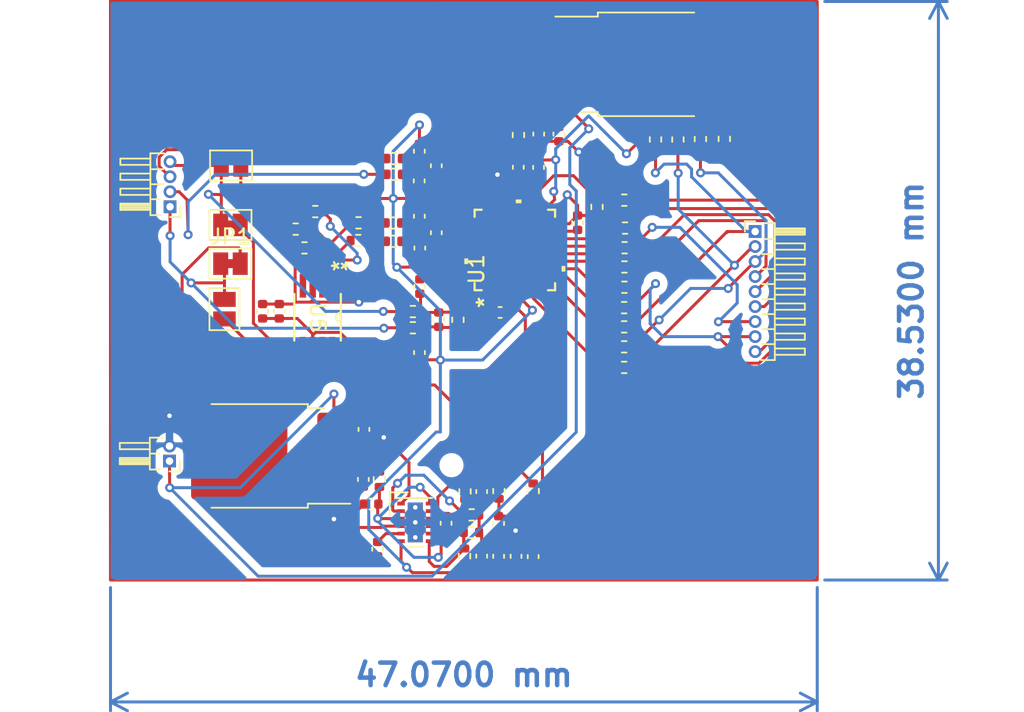
<source format=kicad_pcb>
(kicad_pcb (version 20221018) (generator pcbnew)
  (layers (0 "F.Cu" signal) (31 "B.Cu" signal) (34 "B.Paste" user) (35 "F.Paste" user) (36 "B.SilkS" user "B.Silkscreen") (37 "F.SilkS" user "F.Silkscreen") (38 "B.Mask" user) (39 "F.Mask" user) (44 "Edge.Cuts" user))
  (net 0 "")
  (net 2 "Net-(U5-INA)")
  (net 3 "Net-(U5-INB)")
  (net 4 "Net-(JP2-B)")
  (net 5 "Net-(JP3-A)")
  (net 6 "Net-(JP1-B)")
  (net 8 "/ADC_nPWDN")
  (net 9 "Net-(J2-Pin_2)")
  (net 10 "/ADC_SCLK")
  (net 11 "Net-(J2-Pin_4)")
  (net 12 "/EXT_CLK")
  (net 13 "Net-(J2-Pin_9)")
  (net 14 "/ADC_nDRDY")
  (net 15 "Net-(J2-Pin_7)")
  (net 16 "/ADC_nCS")
  (net 17 "Net-(J2-Pin_8)")
  (net 18 "/-2.5V")
  (net 19 "Net-(R23-Pad1)")
  (net 20 "Net-(R22-Pad1)")
  (net 21 "Net-(U1-REFN0)")
  (net 22 "Net-(U1-REFP0)")
  (net 23 "/2.5V")
  (net 24 "/Avdd")
  (net 25 "GND")
  (net 26 "Net-(J2-Pin_3)")
  (net 27 "Net-(J2-Pin_1)")
  (net 28 "/ACX2")
  (net 29 "/ACX1")
  (net 30 "/In-")
  (net 31 "Net-(U1-AIN5)")
  (net 32 "/In+")
  (net 33 "Net-(U1-AIN4)")
  (net 34 "Net-(J1-Pin_1)")
  (net 35 "Net-(J1-Pin_4)")
  (net 36 "Net-(U2-FB-)")
  (net 37 "Net-(U2-FB+)")
  (net 38 "/ADC_START")
  (net 39 "/ADC_MISO")
  (net 40 "Net-(J2-Pin_6)")
  (net 41 "/ADC_MOSI")
  (net 42 "Net-(J2-Pin_5)")
  (net 43 "/3V3")
  (net 44 "Net-(U2-EN+)")
  (net 45 "/ADC_nRESET")
  (net 46 "Net-(U4-VO)")
  (net 47 "/5V")
  (net 48 "Net-(U2-CP)")
  (net 49 "Net-(U2-C-)")
  (net 50 "Net-(U2-C+)")
  (net 51 "Net-(U1-BYPASS)")
  (net 52 "Net-(U1-CAPN)")
  (net 53 "Net-(U1-CAPP)")
  (net 62 "/nACX2")
  (net 63 "/nACX1")
  (footprint "Jumper:SolderJumper-2_P1.3mm_Open_Pad1.0x1.5mm" (layer "F.Cu") (at 22.83 52.06 90)
    (fp_text reference "JP3" hide)
    (fp_text value "Jumper_2_Open")
  )
  (footprint "Capacitor_SMD:C_0402_1005Metric" (layer "F.Cu") (at 32.08 63.4 -90)
    (fp_text reference "C16" hide)
    (fp_text value "100u")
  )
  (footprint "Resistor_SMD:R_0402_1005Metric" (layer "F.Cu") (at 33.15 63.39 -90)
    (fp_text reference "R11" hide)
    (fp_text value "0")
  )
  (footprint "Capacitor_SMD:C_0402_1005Metric" (layer "F.Cu") (at 32.6 65.04 180)
    (fp_text reference "C3" hide)
    (fp_text value "4.7u")
  )
  (footprint "Capacitor_SMD:C_0402_1005Metric" (layer "F.Cu") (at 25.37 52.2 -90)
    (fp_text reference "C31" hide)
    (fp_text value "220p")
  )
  (footprint "Connector_PinHeader_1.00mm:PinHeader_1x02_P1.00mm_Horizontal" (layer "F.Cu") (at 19.17 62.18 180)
    (fp_text reference "J3" hide)
    (fp_text value "Conn_01x02_Pin")
  )
  (footprint "Resistor_SMD:R_0402_1005Metric" (layer "F.Cu") (at 49.48 47.97)
    (fp_text reference "R9" hide)
    (fp_text value "47")
  )
  (footprint "Capacitor_SMD:C_0402_1005Metric" (layer "F.Cu") (at 35.8 43.52 90)
    (fp_text reference "C13" hide)
    (fp_text value "1n")
  )
  (footprint "Capacitor_SMD:C_0402_1005Metric" (layer "F.Cu") (at 35.82 54.95 -90)
    (fp_text reference "C11" hide)
    (fp_text value "1n")
  )
  (footprint "Resistor_SMD:R_0402_1005Metric" (layer "F.Cu") (at 47.64 45.25 -90)
    (fp_text reference "R28" hide)
    (fp_text value "100k")
  )
  (footprint "Capacitor_SMD:C_0402_1005Metric" (layer "F.Cu") (at 43.39 68.54 -90)
    (fp_text reference "C23" hide)
    (fp_text value "0.1u")
  )
  (footprint "Capacitor_SMD:C_0402_1005Metric" (layer "F.Cu") (at 35.81 41.54 90)
    (fp_text reference "C14" hide)
    (fp_text value "1n")
  )
  (footprint "ADS1235-Q1:RHM0032A_VQFNP_TEX" (layer "F.Cu") (at 42.17 48.12 90)
    (fp_text reference "U1")
    (fp_text value "ADS1235QWRHMRQ1")
  )
  (footprint "Package_TO_SOT_SMD:TO-252-3_TabPin2" (layer "F.Cu") (at 25.075 61.835 180)
    (fp_text reference "U3" hide)
    (fp_text value "LM1117DT-3.3")
  )
  (footprint "Resistor_SMD:R_0402_1005Metric" (layer "F.Cu") (at 31.74 47.49 180)
    (fp_text reference "R33" hide)
    (fp_text value "0")
  )
  (footprint "Capacitor_SMD:C_0402_1005Metric" (layer "F.Cu") (at 43.76 40.4 -90)
    (fp_text reference "C18" hide)
    (fp_text value "100u")
  )
  (footprint "Capacitor_SMD:C_0402_1005Metric" (layer "F.Cu") (at 41.19 52.28 180)
    (fp_text reference "C6" hide)
    (fp_text value "4.7n")
  )
  (footprint "Resistor_SMD:R_0402_1005Metric" (layer "F.Cu") (at 43.39 64.18 90)
    (fp_text reference "R21" hide)
    (fp_text value "0")
  )
  (footprint "Resistor_SMD:R_0402_1005Metric" (layer "F.Cu") (at 38.85 64.2 -90)
    (fp_text reference "R12" hide)
    (fp_text value "602k")
  )
  (footprint "Resistor_SMD:R_0402_1005Metric" (layer "F.Cu") (at 49.46 44.8)
    (fp_text reference "R10" hide)
    (fp_text value "47")
  )
  (footprint "Capacitor_SMD:C_0402_1005Metric" (layer "F.Cu") (at 36.94 46.97 90)
    (fp_text reference "C24" hide)
    (fp_text value "10n")
  )
  (footprint "Capacitor_SMD:C_0402_1005Metric" (layer "F.Cu") (at 35.84 47.99 90)
    (fp_text reference "C25" hide)
    (fp_text value "1n")
  )
  (footprint "Resistor_SMD:R_0402_1005Metric" (layer "F.Cu") (at 34.14 43.08)
    (fp_text reference "R18" hide)
    (fp_text value "100")
  )
  (footprint "Resistor_SMD:R_0402_1005Metric" (layer "F.Cu") (at 28.16 47.98 180)
    (fp_text reference "R20" hide)
    (fp_text value "0")
  )
  (footprint "Capacitor_SMD:C_0402_1005Metric" (layer "F.Cu") (at 35.81 45.87 90)
    (fp_text reference "C26" hide)
    (fp_text value "1n")
  )
  (footprint "Resistor_SMD:R_0402_1005Metric" (layer "F.Cu") (at 27.57 46.73)
    (fp_text reference "R36" hide)
    (fp_text value "100k")
  )
  (footprint "Jumper:SolderJumper-2_P1.3mm_Bridged_Pad1.0x1.5mm" (layer "F.Cu") (at 23.23 49.03)
    (fp_text reference "JP1")
    (fp_text value "Jumper_2_Bridged")
  )
  (footprint "Resistor_SMD:R_0402_1005Metric" (layer "F.Cu") (at 56.12 40.72 -90)
    (fp_text reference "R27" hide)
    (fp_text value "100k")
  )
  (footprint "Resistor_SMD:R_0402_1005Metric" (layer "F.Cu") (at 51.54 40.76 -90)
    (fp_text reference "R24" hide)
    (fp_text value "100k")
  )
  (footprint "Capacitor_SMD:C_0402_1005Metric" (layer "F.Cu") (at 35.84 50.55 -90)
    (fp_text reference "C10" hide)
    (fp_text value "1n")
  )
  (footprint "Resistor_SMD:R_0402_1005Metric" (layer "F.Cu") (at 31.76 46.31 180)
    (fp_text reference "R34" hide)
    (fp_text value "0")
  )
  (footprint "Resistor_SMD:R_0402_1005Metric" (layer "F.Cu") (at 41.11 64.18 -90)
    (fp_text reference "R29" hide)
    (fp_text value "0.1")
  )
  (footprint "Capacitor_SMD:C_0402_1005Metric" (layer "F.Cu") (at 37.1 52.76 -90)
    (fp_text reference "C7" hide)
    (fp_text value "10n")
  )
  (footprint "Resistor_SMD:R_0402_1005Metric" (layer "F.Cu") (at 49.45 55.94)
    (fp_text reference "R3" hide)
    (fp_text value "47")
  )
  (footprint "Capacitor_SMD:C_0402_1005Metric" (layer "F.Cu") (at 33.03 68.04 -90)
    (fp_text reference "C9" hide)
    (fp_text value "4.7u")
  )
  (footprint "Resistor_SMD:R_0402_1005Metric" (layer "F.Cu") (at 39.29 65.76)
    (fp_text reference "R13" hide)
    (fp_text value "549k")
  )
  (footprint "Capacitor_SMD:C_0402_1005Metric" (layer "F.Cu") (at 42.25 68.52 -90)
    (fp_text reference "C22" hide)
    (fp_text value "1u")
  )
  (footprint "Resistor_SMD:R_0402_1005Metric" (layer "F.Cu") (at 49.45 51.96)
    (fp_text reference "R8" hide)
    (fp_text value "47")
  )
  (footprint "Resistor_SMD:R_0402_1005Metric" (layer "F.Cu") (at 54.53 40.73 -90)
    (fp_text reference "R26" hide)
    (fp_text value "100k")
  )
  (footprint "Capacitor_SMD:C_0402_1005Metric" (layer "F.Cu") (at 45.1 40.4 -90)
    (fp_text reference "C17" hide)
    (fp_text value "10u")
  )
  (footprint "Capacitor_SMD:C_0402_1005Metric" (layer "F.Cu") (at 26.48 52.2 -90)
    (fp_text reference "C30" hide)
    (fp_text value "2.2u")
  )
  (footprint "Capacitor_SMD:C_0402_1005Metric" (layer "F.Cu") (at 46.35 46.3 90)
    (fp_text reference "C2" hide)
    (fp_text value "1u")
  )
  (footprint "Package_TO_SOT_SMD:TO-252-3_TabPin2" (layer "F.Cu") (at 51.005 35.755)
    (fp_text reference "U4" hide)
    (fp_text value "LM1117DT-3.3")
  )
  (footprint "Resistor_SMD:R_0402_1005Metric" (layer "F.Cu") (at 38.38 52.77 -90)
    (fp_text reference "R30" hide)
    (fp_text value "100k")
  )
  (footprint "Resistor_SMD:R_0402_1005Metric" (layer "F.Cu") (at 34.1 47.54)
    (fp_text reference "R22" hide)
    (fp_text value "100")
  )
  (footprint "Resistor_SMD:R_0402_1005Metric" (layer "F.Cu") (at 49.47 50.6)
    (fp_text reference "R4" hide)
    (fp_text value "47")
  )
  (footprint "Capacitor_SMD:C_0402_1005Metric" (layer "F.Cu") (at 41.09 68.52 -90)
    (fp_text reference "C21" hide)
    (fp_text value "0.1u")
  )
  (footprint "Resistor_SMD:R_0402_1005Metric" (layer "F.Cu") (at 49.47 49.25)
    (fp_text reference "R5" hide)
    (fp_text value "47")
  )
  (footprint "UCC27524DR:DGN8" (layer "F.Cu") (at 29.03 52.6 -90)
    (fp_text reference "U5")
    (fp_text value "UCC27524DGN")
  )
  (footprint "Connector_PinHeader_1.00mm:PinHeader_1x04_P1.00mm_Horizontal" (layer "F.Cu") (at 19.205 45.24 180)
    (fp_text reference "J1" hide)
    (fp_text value "Conn_01x04_Pin")
  )
  (footprint "Resistor_SMD:R_0402_1005Metric" (layer "F.Cu") (at 42.41 40.46 90)
    (fp_text reference "R1" hide)
    (fp_text value "0.1")
  )
  (footprint "Jumper:SolderJumper-2_P1.3mm_Bridged_Pad1.0x1.5mm" (layer "F.Cu") (at 23.23 46.45)
    (fp_text reference "JP2" hide)
    (fp_text value "Jumper_2_Bridged")
  )
  (footprint "Connector_PinHeader_1.00mm:PinHeader_1x09_P1.00mm_Horizontal" (layer "F.Cu") (at 58.175 46.89)
    (fp_text reference "J2" hide)
    (fp_text value "Conn_01x09_Pin")
  )
  (footprint "Resistor_SMD:R_0402_1005Metric" (layer "F.Cu") (at 49.45 53.24)
    (fp_text reference "R7" hide)
    (fp_text value "47")
  )
  (footprint "Capacitor_SMD:C_0402_1005Metric" (layer "F.Cu") (at 41.09 66.33 -90)
    (fp_text reference "C20" hide)
    (fp_text value "0.1u")
  )
  (footprint "Resistor_SMD:R_0402_1005Metric" (layer "F.Cu") (at 39.28 66.93)
    (fp_text reference "R15" hide)
    (fp_text value "511k")
  )
  (footprint "Resistor_SMD:R_0402_1005Metric" (layer "F.Cu") (at 34.08 46.32)
    (fp_text reference "R23" hide)
    (fp_text value "100")
  )
  (footprint "Resistor_SMD:R_0402_1005Metric" (layer "F.Cu") (at 34.13 42.03)
    (fp_text reference "R19" hide)
    (fp_text value "100")
  )
  (footprint "Resistor_SMD:R_0402_1005Metric" (layer "F.Cu") (at 53.03 40.76 -90)
    (fp_text reference "R25" hide)
    (fp_text value "100k")
  )
  (footprint "Resistor_SMD:R_0402_1005Metric" (layer "F.Cu") (at 35.38 53.3)
    (fp_text reference "R17" hide)
    (fp_text value "100")
  )
  (footprint "Capacitor_SMD:C_0402_1005Metric" (layer "F.Cu") (at 43.75 42.62 -90)
    (fp_text reference "C19" hide)
    (fp_text value "0.1u")
  )
  (footprint "Resistor_SMD:R_0402_1005Metric" (layer "F.Cu") (at 38.82 68.51 -90)
    (fp_text reference "R14" hide)
    (fp_text value "536k")
  )
  (footprint "Capacitor_SMD:C_0402_1005Metric" (layer "F.Cu") (at 39.96 68.51 -90)
    (fp_text reference "C8" hide)
    (fp_text value "2.2u")
  )
  (footprint "Resistor_SMD:R_0402_1005Metric" (layer "F.Cu") (at 28.88 45.56)
    (fp_text reference "R35" hide)
    (fp_text value "100k")
  )
  (footprint "Jumper:SolderJumper-2_P1.3mm_Open_Pad1.0x1.5mm" (layer "F.Cu") (at 23.27 42.49 180)
    (fp_text reference "JP4" hide)
    (fp_text value "Jumper_2_Open")
  )
  (footprint "Resistor_SMD:R_0402_1005Metric" (layer "F.Cu") (at 35.38 52.22)
    (fp_text reference "R16" hide)
    (fp_text value "100")
  )
  (footprint "Capacitor_SMD:C_0402_1005Metric" (layer "F.Cu") (at 39.96 64.21 -90)
    (fp_text reference "C4" hide)
    (fp_text value "2.2u")
  )
  (footprint "Resistor_SMD:R_0402_1005Metric" (layer "F.Cu") (at 49.51 46.66)
    (fp_text reference "R6" hide)
    (fp_text value "47")
  )
  (footprint "Capacitor_SMD:C_0402_1005Metric" (layer "F.Cu") (at 42.4 42.61 -90)
    (fp_text reference "C5" hide)
    (fp_text value "1u")
  )
  (footprint "Resistor_SMD:R_0402_1005Metric" (layer "F.Cu") (at 49.45 54.57)
    (fp_text reference "R2" hide)
    (fp_text value "47")
  )
  (footprint "Package_SON:WSON-12-1EP_3x2mm_P0.5mm_EP1x2.65_ThermalVias" (layer "F.Cu") (at 35.54 66.26)
    (fp_text reference "U2" hide)
    (fp_text value "LM27762")
  )
  (footprint "Capacitor_SMD:C_0402_1005Metric" (layer "F.Cu") (at 36.94 42.51 90)
    (fp_text reference "C12" hide)
    (fp_text value "10n")
  )
  (footprint "Capacitor_SMD:C_0402_1005Metric" (layer "F.Cu") (at 37.59 66.32 90)
    (fp_text reference "C1" hide)
    (fp_text value "1u")
  )
  (footprint "Capacitor_SMD:C_0402_1005Metric" (layer "F.Cu") (at 32.12 60.07 -90)
    (fp_text reference "C15" hide)
    (fp_text value "10u")
  )
  (gr_rect (start 15.24 31.57) (end 62.31 70.1) (stroke (width 0.2)) (fill none) (layer "F.Cu"))
  (dimension (type aligned) (layer "B.Cu") (pts (xy 62.31 70.1) (xy 62.31 31.57)) (height 8.07) (gr_text "38.5300 mm" (at 68.58 50.835 90) (layer "B.Cu") (effects (font (size 1.5 1.5) (thickness 0.3)))) (format (prefix "") (suffix "") (units 3) (units_format 1) (precision 4)) (style (thickness 0.2) (arrow_length 1.27) (text_position_mode 0) (extension_height 0.58642) (extension_offset 0.5) keep_text_aligned))
  (dimension (type aligned) (layer "B.Cu") (pts (xy 62.31 70.1) (xy 15.24 70.1)) (height -8.12) (gr_text "47.0700 mm" (at 38.775 76.42) (layer "B.Cu") (effects (font (size 1.5 1.5) (thickness 0.3)))) (format (prefix "") (suffix "") (units 3) (units_format 1) (precision 4)) (style (thickness 0.2) (arrow_length 1.27) (text_position_mode 0) (extension_height 0.58642) (extension_offset 0.5) keep_text_aligned))
  (segment (start 29.39 45.56) (end 29.88 46.05) (width 0.2) (layer "F.Cu") (net 2))
  (segment (start 30.265 48.455) (end 29.355001 49.364999) (width 0.2) (layer "F.Cu") (net 2))
  (segment (start 29.355001 49.364999) (end 29.355001 50.5045) (width 0.2) (layer "F.Cu") (net 2))
  (segment (start 31.67 48.79) (end 31.61 48.79) (width 0.2) (layer "F.Cu") (net 2))
  (segment (start 30.6 48.79) (end 31.67 48.79) (width 0.2) (layer "F.Cu") (net 2))
  (segment (start 31.23 47.49) (end 30.265 48.455) (width 0.2) (layer "F.Cu") (net 2))
  (segment (start 29.88 46.54) (end 29.88 46.37) (width 0.2) (layer "F.Cu") (net 2))
  (segment (start 29.88 46.05) (end 29.88 46.54) (width 0.2) (layer "F.Cu") (net 2))
  (segment (start 30.265 48.455) (end 30.6 48.79) (width 0.2) (layer "F.Cu") (net 2))
  (via (at 31.67 48.79) (size 0.6) (drill 0.3) (layers "F.Cu" "B.Cu") (net 2))
  (via (at 29.88 46.54) (size 0.6) (drill 0.3) (layers "F.Cu" "B.Cu") (net 2))
  (segment (start 31.67 48.79) (end 31.67 48.33) (width 0.2) (layer "B.Cu") (net 2))
  (segment (start 31.67 48.33) (end 29.88 46.54) (width 0.2) (layer "B.Cu") (net 2))
  (segment (start 28.85 46.73) (end 29.852592 47.732592) (width 0.2) (layer "F.Cu") (net 3))
  (segment (start 28.08 46.73) (end 28.85 46.73) (width 0.2) (layer "F.Cu") (net 3))
  (segment (start 31.25 46.31) (end 31.25 46.335183) (width 0.2) (layer "F.Cu") (net 3))
  (segment (start 29.852592 47.732592) (end 28.055001 49.530182) (width 0.2) (layer "F.Cu") (net 3))
  (segment (start 31.25 46.335183) (end 29.852592 47.732592) (width 0.2) (layer "F.Cu") (net 3))
  (segment (start 28.055001 49.530182) (end 28.055001 50.5045) (width 0.2) (layer "F.Cu") (net 3))
  (segment (start 26.453246 54.6955) (end 28.055001 54.6955) (width 0.2) (layer "F.Cu") (net 4))
  (segment (start 24.76 53.002254) (end 26.453246 54.6955) (width 0.2) (layer "F.Cu") (net 4))
  (segment (start 24.76 47.58) (end 24.76 53.002254) (width 0.2) (layer "F.Cu") (net 4))
  (segment (start 23.88 46.45) (end 23.88 46.7) (width 0.2) (layer "F.Cu") (net 4))
  (segment (start 23.88 46.7) (end 24.76 47.58) (width 0.2) (layer "F.Cu") (net 4))
  (segment (start 28.704999 53.7081) (end 28.704999 53.805001) (width 0.2) (layer "F.Cu") (net 5))
  (segment (start 27.676899 52.68) (end 28.704999 53.7081) (width 0.2) (layer "F.Cu") (net 5))
  (segment (start 28.704999 55.6829) (end 28.704999 54.6955) (width 0.2) (layer "F.Cu") (net 5))
  (segment (start 43.39 63.67) (end 36.83 57.11) (width 0.2) (layer "F.Cu") (net 5))
  (segment (start 34.022799 57.11) (end 30.520899 53.6081) (width 0.2) (layer "F.Cu") (net 5))
  (segment (start 25.37 52.68) (end 26.48 52.68) (width 0.2) (layer "F.Cu") (net 5))
  (segment (start 26.48 52.68) (end 27.676899 52.68) (width 0.2) (layer "F.Cu") (net 5))
  (segment (start 25.9029 55.7829) (end 28.604999 55.7829) (width 0.2) (layer "F.Cu") (net 5))
  (segment (start 30.520899 53.6081) (end 28.9019 53.6081) (width 0.2) (layer "F.Cu") (net 5))
  (segment (start 36.83 57.11) (end 34.022799 57.11) (width 0.2) (layer "F.Cu") (net 5))
  (segment (start 28.9019 53.6081) (end 28.704999 53.805001) (width 0.2) (layer "F.Cu") (net 5))
  (segment (start 28.704999 53.805001) (end 28.704999 54.6955) (width 0.2) (layer "F.Cu") (net 5))
  (segment (start 22.83 52.71) (end 25.9029 55.7829) (width 0.2) (layer "F.Cu") (net 5))
  (segment (start 28.604999 55.7829) (end 28.704999 55.6829) (width 0.2) (layer "F.Cu") (net 5))
  (segment (start 28.839101 54.561398) (end 28.704999 54.6955) (width 0.2) (layer "F.Cu") (net 5))
  (segment (start 23.88 48.08) (end 23.88 49.03) (width 0.2) (layer "F.Cu") (net 6))
  (segment (start 29.355001 54.6955) (end 29.3445 54.6955) (width 0.2) (layer "F.Cu") (net 6))
  (segment (start 29.220899 54.819101) (end 29.220899 55.732685) (width 0.2) (layer "F.Cu") (net 6))
  (segment (start 29.220899 55.732685) (end 28.723584 56.23) (width 0.2) (layer "F.Cu") (net 6))
  (segment (start 20.01 51.74) (end 20.01 49.75) (width 0.2) (layer "F.Cu") (net 6))
  (segment (start 24.5 56.23) (end 20.01 51.74) (width 0.2) (layer "F.Cu") (net 6))
  (segment (start 23.78 47.98) (end 23.88 48.08) (width 0.2) (layer "F.Cu") (net 6))
  (segment (start 21.78 47.98) (end 23.78 47.98) (width 0.2) (layer "F.Cu") (net 6))
  (segment (start 28.723584 56.23) (end 24.5 56.23) (width 0.2) (layer "F.Cu") (net 6))
  (segment (start 20.01 49.75) (end 21.78 47.98) (width 0.2) (layer "F.Cu") (net 6))
  (segment (start 29.3445 54.6955) (end 29.220899 54.819101) (width 0.2) (layer "F.Cu") (net 6))
  (segment (start 47.998529 55.94) (end 48.94 55.94) (width 0.2) (layer "F.Cu") (net 8))
  (segment (start 43.42 50.5711) (end 43.42 51.361471) (width 0.2) (layer "F.Cu") (net 8))
  (segment (start 43.42 51.361471) (end 47.998529 55.94) (width 0.2) (layer "F.Cu") (net 8))
  (segment (start 52.99 43) (end 53.01 42.98) (width 0.2) (layer "F.Cu") (net 9))
  (segment (start 53.05 42.94) (end 53.05 43) (width 0.2) (layer "F.Cu") (net 9))
  (segment (start 56.8 49.14) (end 56.8 49.1) (width 0.2) (layer "F.Cu") (net 9))
  (segment (start 56.76 49.14) (end 56.8 49.14) (width 0.2) (layer "F.Cu") (net 9))
  (segment (start 53.05 43) (end 52.99 43) (width 0.2) (layer "F.Cu") (net 9))
  (segment (start 53.03 41.27) (end 53.03 42.96) (width 0.2) (layer "F.Cu") (net 9))
  (segment (start 56.8 49.1) (end 58.01 47.89) (width 0.2) (layer "F.Cu") (net 9))
  (segment (start 53.03 42.96) (end 53.05 42.94) (width 0.2) (layer "F.Cu") (net 9))
  (segment (start 58.01 47.89) (end 58.175 47.89) (width 0.2) (layer "F.Cu") (net 9))
  (segment (start 49.96 55.94) (end 56.76 49.14) (width 0.2) (layer "F.Cu") (net 9))
  (via (at 56.8 49.14) (size 0.6) (drill 0.3) (layers "F.Cu" "B.Cu") (net 9))
  (via (at 53.05 43) (size 0.6) (drill 0.3) (layers "F.Cu" "B.Cu") (net 9))
  (segment (start 53.05 43) (end 53.05 45.39) (width 0.2) (layer "B.Cu") (net 9))
  (segment (start 53.05 45.39) (end 56.8 49.14) (width 0.2) (layer "B.Cu") (net 9))
  (segment (start 44.6211 48.870001) (end 47.230001 48.870001) (width 0.2) (layer "F.Cu") (net 10))
  (segment (start 47.230001 48.870001) (end 48.96 50.6) (width 0.2) (layer "F.Cu") (net 10))
  (segment (start 54.415 46.165) (end 49.98 50.6) (width 0.2) (layer "F.Cu") (net 11))
  (segment (start 58.9 49.190305) (end 58.9 46.165) (width 0.2) (layer "F.Cu") (net 11))
  (segment (start 58.200305 49.89) (end 58.9 49.190305) (width 0.2) (layer "F.Cu") (net 11))
  (segment (start 58.9 46.165) (end 54.415 46.165) (width 0.2) (layer "F.Cu") (net 11))
  (segment (start 58.175 49.89) (end 58.200305 49.89) (width 0.2) (layer "F.Cu") (net 11))
  (segment (start 44.76 43.17) (end 46.07 43.17) (width 0.2) (layer "F.Cu") (net 12))
  (segment (start 43.42 44.51) (end 44.76 43.17) (width 0.2) (layer "F.Cu") (net 12))
  (segment (start 48.89 44.74) (end 48.95 44.8) (width 0.2) (layer "F.Cu") (net 12))
  (segment (start 46.07 43.17) (end 47.64 44.74) (width 0.2) (layer "F.Cu") (net 12))
  (segment (start 43.42 45.6689) (end 43.42 44.51) (width 0.2) (layer "F.Cu") (net 12))
  (segment (start 47.64 44.74) (end 48.89 44.74) (width 0.2) (layer "F.Cu") (net 12))
  (segment (start 49.97 44.8) (end 59.375686 44.8) (width 0.2) (layer "F.Cu") (net 13))
  (segment (start 59.375686 44.8) (end 60.58 46.004314) (width 0.2) (layer "F.Cu") (net 13))
  (segment (start 58.47 54.89) (end 58.175 54.89) (width 0.2) (layer "F.Cu") (net 13))
  (segment (start 60.58 46.004314) (end 60.58 52.78) (width 0.2) (layer "F.Cu") (net 13))
  (segment (start 60.58 52.78) (end 58.47 54.89) (width 0.2) (layer "F.Cu") (net 13))
  (segment (start 44.6211 47.87) (end 48.87 47.87) (width 0.2) (layer "F.Cu") (net 14))
  (segment (start 48.87 47.87) (end 48.97 47.97) (width 0.2) (layer "F.Cu") (net 14))
  (segment (start 55.73 52.9) (end 55.74 52.89) (width 0.2) (layer "F.Cu") (net 15))
  (segment (start 49.99 47.97) (end 51.32 46.64) (width 0.2) (layer "F.Cu") (net 15))
  (segment (start 51.35 46.61) (end 51.32 46.64) (width 0.2) (layer "F.Cu") (net 15))
  (segment (start 51.32 46.61) (end 51.35 46.61) (width 0.2) (layer "F.Cu") (net 15))
  (segment (start 58.175 52.89) (end 55.76 52.89) (width 0.2) (layer "F.Cu") (net 15))
  (segment (start 55.74 52.89) (end 55.75 52.89) (width 0.2) (layer "F.Cu") (net 15))
  (segment (start 55.76 52.89) (end 55.73 52.9) (width 0.2) (layer "F.Cu") (net 15))
  (segment (start 51.32 46.64) (end 51.32 46.61) (width 0.2) (layer "F.Cu") (net 15))
  (via (at 55.73 52.9) (size 0.6) (drill 0.3) (layers "F.Cu" "B.Cu") (net 15))
  (via (at 51.32 46.61) (size 0.6) (drill 0.3) (layers "F.Cu" "B.Cu") (net 15))
  (segment (start 53.158529 46.61) (end 51.32 46.61) (width 0.2) (layer "B.Cu") (net 15))
  (segment (start 55.73 52.9) (end 56.98 51.65) (width 0.2) (layer "B.Cu") (net 15))
  (segment (start 56.98 51.65) (end 56.98 50.431471) (width 0.2) (layer "B.Cu") (net 15))
  (segment (start 56.98 50.431471) (end 53.158529 46.61) (width 0.2) (layer "B.Cu") (net 15))
  (segment (start 46.35 49.37) (end 48.94 51.96) (width 0.2) (layer "F.Cu") (net 16))
  (segment (start 44.6211 49.37) (end 46.35 49.37) (width 0.2) (layer "F.Cu") (net 16))
  (segment (start 56.371372 41.23) (end 60.98 45.838628) (width 0.2) (layer "F.Cu") (net 17))
  (segment (start 51.51 50.41) (end 51.54 50.36) (width 0.2) (layer "F.Cu") (net 17))
  (segment (start 60.98 45.838628) (end 60.98 53.110305) (width 0.2) (layer "F.Cu") (net 17))
  (segment (start 56.12 41.23) (end 56.371372 41.23) (width 0.2) (layer "F.Cu") (net 17))
  (segment (start 60.98 53.110305) (end 58.430305 55.66) (width 0.2) (layer "F.Cu") (net 17))
  (segment (start 51.54 50.36) (end 51.51 50.39) (width 0.2) (layer "F.Cu") (net 17))
  (segment (start 58.430305 55.66) (end 57.47 55.66) (width 0.2) (layer "F.Cu") (net 17))
  (segment (start 49.96 51.96) (end 51.51 50.41) (width 0.2) (layer "F.Cu") (net 17))
  (segment (start 57.47 55.66) (end 55.7 53.89) (width 0.2) (layer "F.Cu") (net 17))
  (segment (start 58.175 53.89) (end 55.7 53.89) (width 0.2) (layer "F.Cu") (net 17))
  (via (at 55.7 53.89) (size 0.6) (drill 0.3) (layers "F.Cu" "B.Cu") (net 17))
  (via (at 51.54 50.36) (size 0.6) (drill 0.3) (layers "F.Cu" "B.Cu") (net 17))
  (segment (start 51.18 50.72) (end 51.54 50.36) (width 0.2) (layer "B.Cu") (net 17))
  (segment (start 51.18 53.028529) (end 51.18 50.72) (width 0.2) (layer "B.Cu") (net 17))
  (segment (start 55.7 53.89) (end 52.041471 53.89) (width 0.2) (layer "B.Cu") (net 17))
  (segment (start 52.041471 53.89) (end 51.18 53.028529) (width 0.2) (layer "B.Cu") (net 17))
  (segment (start 29.24 44.69) (end 34.07 44.69) (width 0.2) (layer "F.Cu") (net 18))
  (segment (start 34.99 69.25) (end 34.96 69.25) (width 0.2) (layer "F.Cu") (net 18))
  (segment (start 35.84 49.25) (end 35.84 50.07) (width 0.2) (layer "F.Cu") (net 18))
  (segment (start 35.82 55.43) (end 37.12 55.43) (width 0.2) (layer "F.Cu") (net 18))
  (segment (start 34.07 44.69) (end 34.06 44.68) (width 0.2) (layer "F.Cu") (net 18))
  (segment (start 39.93 69.02) (end 39.96 68.99) (width 0.2) (layer "F.Cu") (net 18))
  (segment (start 27.06 47.39) (end 27.65 47.98) (width 0.2) (layer "F.Cu") (net 18))
  (segment (start 34.96 69.22) (end 34.59 68.85) (width 0.2) (layer "F.Cu") (net 18))
  (segment (start 35.81 44.01) (end 35.8 44) (width 0.2) (layer "F.Cu") (net 18))
  (segment (start 43.37 69) (end 43.39 69.02) (width 0.2) (layer "F.Cu") (net 18))
  (segment (start 42.42 50.5711) (end 42.493001 50.498099) (width 0.2) (layer "F.Cu") (net 18))
  (segment (start 37.16 55.43) (end 37.14 55.43) (width 0.2) (layer "F.Cu") (net 18))
  (segment (start 35.81 44.68) (end 34.07 44.69) (width 0.2) (layer "F.Cu") (net 18))
  (segment (start 35.81 41.06) (end 35.82 39.79) (width 0.2) (layer "F.Cu") (net 18))
  (segment (start 35.82 39.79) (end 35.81 39.8) (width 0.2) (layer "F.Cu") (net 18))
  (segment (start 28.37 45.56) (end 29.24 44.69) (width 0.2) (layer "F.Cu") (net 18))
  (segment (start 34.59 68.85) (end 34.59 67.51) (width 0.2) (layer "F.Cu") (net 18))
  (segment (start 37.12 55.43) (end 37.21 55.45) (width 0.2) (layer "F.Cu") (net 18))
  (segment (start 42.42 50.5711) (end 42.42 51.204499) (width 0.2) (layer "F.Cu") (net 18))
  (segment (start 35.81 45.39) (end 35.81 44.68) (width 0.2) (layer "F.Cu") (net 18))
  (segment (start 42.42 51.204499) (end 43.335501 52.12) (width 0.2) (layer "F.Cu") (net 18))
  (segment (start 38.82 69.02) (end 38.23 69.61) (width 0.2) (layer "F.Cu") (net 18))
  (segment (start 42.25 69) (end 43.37 69) (width 0.2) (layer "F.Cu") (net 18))
  (segment (start 37.21 55.45) (end 37.16 55.43) (width 0.2) (layer "F.Cu") (net 18))
  (segment (start 41.08 68.99) (end 41.09 69) (width 0.2) (layer "F.Cu") (net 18))
  (segment (start 41.09 69) (end 42.25 69) (width 0.2) (layer "F.Cu") (net 18))
  (segment (start 35.35 69.61) (end 34.99 69.25) (width 0.2) (layer "F.Cu") (net 18))
  (segment (start 28.23 45.56) (end 27.06 46.73) (width 0.2) (layer "F.Cu") (net 18))
  (segment (start 28.37 45.56) (end 28.23 45.56) (width 0.2) (layer "F.Cu") (net 18))
  (segment (start 35.81 44.68) (end 35.81 44.01) (width 0.2) (layer "F.Cu") (net 18))
  (segment (start 27.06 46.73) (end 27.06 47.39) (width 0.2) (layer "F.Cu") (net 18))
  (segment (start 42.493001 50.498099) (end 42.493001 48.443001) (width 0.2) (layer "F.Cu") (net 18))
  (segment (start 34.06 44.68) (end 34.05 44.67) (width 0.2) (layer "F.Cu") (net 18))
  (segment (start 34.96 69.25) (end 34.96 69.22) (width 0.2) (layer "F.Cu") (net 18))
  (segment (start 34.31 49.27) (end 34.29 49.25) (width 0.2) (layer "F.Cu") (net 18))
  (segment (start 43.34 52.13) (end 43.34 52.12) (width 0.2) (layer "F.Cu") (net 18))
  (segment (start 35.84 49.25) (end 34.31 49.27) (width 0.2) (layer "F.Cu") (net 18))
  (segment (start 38.23 69.61) (end 35.35 69.61) (width 0.2) (layer "F.Cu") (net 18))
  (segment (start 35.84 48.47) (end 35.84 49.25) (width 0.2) (layer "F.Cu") (net 18))
  (segment (start 39.96 68.99) (end 41.08 68.99) (width 0.2) (layer "F.Cu") (net 18))
  (segment (start 38.82 69.02) (end 39.93 69.02) (width 0.2) (layer "F.Cu") (net 18))
  (segment (start 43.335501 52.12) (end 43.34 52.13) (width 0.2) (layer "F.Cu") (net 18))
  (segment (start 42.493001 48.443001) (end 42.17 48.12) (width 0.2) (layer "F.Cu") (net 18))
  (via (at 37.21 55.45) (size 0.6) (drill 0.3) (layers "F.Cu" "B.Cu") (net 18))
  (via (at 34.31 49.27) (size 0.6) (drill 0.3) (layers "F.Cu" "B.Cu") (net 18))
  (via (at 34.07 44.69) (size 0.6) (drill 0.3) (layers "F.Cu" "B.Cu") (net 18))
  (via (at 34.96 69.25) (size 0.6) (drill 0.3) (layers "F.Cu" "B.Cu") (net 18))
  (via (at 43.34 52.13) (size 0.6) (drill 0.3) (layers "F.Cu" "B.Cu") (net 18))
  (via (at 35.82 39.79) (size 0.6) (drill 0.3) (layers "F.Cu" "B.Cu") (net 18))
  (segment (start 37.21 55.45) (end 37.21 60.244314) (width 0.2) (layer "B.Cu") (net 18))
  (segment (start 32.44 64.731471) (end 32.44 66.73) (width 0.2) (layer "B.Cu") (net 18))
  (segment (start 36.927157 60.244314) (end 32.44 64.731471) (width 0.2) (layer "B.Cu") (net 18))
  (segment (start 37.21 60.244314) (end 36.927157 60.244314) (width 0.2) (layer "B.Cu") (net 18))
  (segment (start 34.07 49.03) (end 34.31 49.27) (width 0.2) (layer "B.Cu") (net 18))
  (segment (start 37.21 52.17) (end 34.31 49.27) (width 0.2) (layer "B.Cu") (net 18))
  (segment (start 40.02 55.45) (end 37.21 55.45) (width 0.2) (layer "B.Cu") (net 18))
  (segment (start 43.34 52.13) (end 40.02 55.45) (width 0.2) (layer "B.Cu") (net 18))
  (segment (start 34.07 44.69) (end 34.07 41.54) (width 0.2) (layer "B.Cu") (net 18))
  (segment (start 34.07 44.69) (end 34.07 49.03) (width 0.2) (layer "B.Cu") (net 18))
  (segment (start 34.07 41.54) (end 35.82 39.79) (width 0.2) (layer "B.Cu") (net 18))
  (segment (start 32.44 66.73) (end 34.96 69.25) (width 0.2) (layer "B.Cu") (net 18))
  (segment (start 37.21 55.45) (end 37.21 52.17) (width 0.2) (layer "B.Cu") (net 18))
  (segment (start 32.28 46.32) (end 32.27 46.31) (width 0.2) (layer "F.Cu") (net 19))
  (segment (start 33.57 46.32) (end 32.28 46.32) (width 0.2) (layer "F.Cu") (net 19))
  (segment (start 32.3 47.54) (end 32.25 47.49) (width 0.2) (layer "F.Cu") (net 20))
  (segment (start 33.59 47.54) (end 32.3 47.54) (width 0.2) (layer "F.Cu") (net 20))
  (segment (start 35.89 51.08) (end 35.84 51.03) (width 0.2) (layer "F.Cu") (net 21))
  (segment (start 38.38 52.26) (end 38.38 50.075499) (width 0.2) (layer "F.Cu") (net 21))
  (segment (start 35.95 52.28) (end 35.89 52.22) (width 0.2) (layer "F.Cu") (net 21))
  (segment (start 39.085499 49.37) (end 39.7189 49.37) (width 0.2) (layer "F.Cu") (net 21))
  (segment (start 37.12 52.26) (end 37.1 52.28) (width 0.2) (layer "F.Cu") (net 21))
  (segment (start 37.1 52.28) (end 35.95 52.28) (width 0.2) (layer "F.Cu") (net 21))
  (segment (start 35.89 52.22) (end 35.89 51.08) (width 0.2) (layer "F.Cu") (net 21))
  (segment (start 38.38 52.26) (end 37.12 52.26) (width 0.2) (layer "F.Cu") (net 21))
  (segment (start 38.38 50.075499) (end 39.085499 49.37) (width 0.2) (layer "F.Cu") (net 21))
  (segment (start 37.14 53.28) (end 37.1 53.24) (width 0.2) (layer "F.Cu") (net 22))
  (segment (start 39.7189 51.856283) (end 39.7189 49.869999) (width 0.2) (layer "F.Cu") (net 22))
  (segment (start 35.95 53.24) (end 35.89 53.3) (width 0.2) (layer "F.Cu") (net 22))
  (segment (start 37.1 53.24) (end 35.95 53.24) (width 0.2) (layer "F.Cu") (net 22))
  (segment (start 35.89 54.4) (end 35.82 54.47) (width 0.2) (layer "F.Cu") (net 22))
  (segment (start 38.38 53.28) (end 37.14 53.28) (width 0.2) (layer "F.Cu") (net 22))
  (segment (start 35.89 53.3) (end 35.89 54.4) (width 0.2) (layer "F.Cu") (net 22))
  (segment (start 38.38 53.28) (end 38.38 53.195183) (width 0.2) (layer "F.Cu") (net 22))
  (segment (start 38.38 53.195183) (end 39.7189 51.856283) (width 0.2) (layer "F.Cu") (net 22))
  (segment (start 37.04 64.58) (end 37.04 65.435) (width 0.2) (layer "F.Cu") (net 23))
  (segment (start 37.93 63.69) (end 37.04 64.58) (width 0.2) (layer "F.Cu") (net 23))
  (segment (start 38.85 63.69) (end 37.93 63.69) (width 0.2) (layer "F.Cu") (net 23))
  (segment (start 36.965 65.51) (end 36.49 65.51) (width 0.2) (layer "F.Cu") (net 23))
  (segment (start 41.05 63.73) (end 41.11 63.67) (width 0.2) (layer "F.Cu") (net 23))
  (segment (start 39.96 63.73) (end 41.05 63.73) (width 0.2) (layer "F.Cu") (net 23))
  (segment (start 39.92 63.69) (end 39.96 63.73) (width 0.2) (layer "F.Cu") (net 23))
  (segment (start 37.04 65.435) (end 36.965 65.51) (width 0.2) (layer "F.Cu") (net 23))
  (segment (start 38.85 63.69) (end 39.92 63.69) (width 0.2) (layer "F.Cu") (net 23))
  (segment (start 43.39 67.131471) (end 43.39 68.06) (width 0.2) (layer "F.Cu") (net 24))
  (segment (start 42.108529 65.85) (end 43.39 67.131471) (width 0.2) (layer "F.Cu") (net 24))
  (segment (start 43.39 68.06) (end 44.01 67.44) (width 0.2) (layer "F.Cu") (net 24))
  (segment (start 42.87 53.92) (end 42.87 52.547746) (width 0.2) (layer "F.Cu") (net 24))
  (segment (start 44.01 67.44) (end 44.01 55.06) (width 0.2) (layer "F.Cu") (net 24))
  (segment (start 43.39 68.06) (end 42.27 68.06) (width 0.2) (layer "F.Cu") (net 24))
  (segment (start 42.87 52.547746) (end 41.92 51.597746) (width 0.2) (layer "F.Cu") (net 24))
  (segment (start 41.09 65.85) (end 42.108529 65.85) (width 0.2) (layer "F.Cu") (net 24))
  (segment (start 43.39 64.69) (end 43.39 67.131471) (width 0.2) (layer "F.Cu") (net 24))
  (segment (start 42.27 68.06) (end 42.25 68.04) (width 0.2) (layer "F.Cu") (net 24))
  (segment (start 41.92 51.597746) (end 41.92 50.5711) (width 0.2) (layer "F.Cu") (net 24))
  (segment (start 41.11 64.69) (end 41.11 65.83) (width 0.2) (layer "F.Cu") (net 24))
  (segment (start 44.01 55.06) (end 42.87 53.92) (width 0.2) (layer "F.Cu") (net 24))
  (segment (start 41.11 65.83) (end 41.09 65.85) (width 0.2) (layer "F.Cu") (net 24))
  (segment (start 31.72 51.59) (end 31.78 51.59) (width 0.2) (layer "F.Cu") (net 25))
  (segment (start 25.37 51.72) (end 26.48 51.72) (width 0.2) (layer "F.Cu") (net 25))
  (segment (start 46.43 41.61) (end 46.39 41.57) (width 0.2) (layer "F.Cu") (net 25))
  (segment (start 41.01 43.1) (end 41.03 43.09) (width 0.2) (layer "F.Cu") (net 25))
  (segment (start 45.66 44.44) (end 45.65 44.44) (width 0.2) (layer "F.Cu") (net 25))
  (segment (start 31.75 67.24) (end 31.75 66.6) (width 0.2) (layer "F.Cu") (net 25))
  (segment (start 30.12 65.93) (end 30.12 66.04) (width 0.2) (layer "F.Cu") (net 25))
  (segment (start 33.378529 66.51) (end 33.288529 66.6) (width 0.2) (layer "F.Cu") (net 25))
  (segment (start 34.59 65.01) (end 35.12 64.48) (width 0.2) (layer "F.Cu") (net 25))
  (segment (start 39.96 68.03) (end 41.08 68.03) (width 0.2) (layer "F.Cu") (net 25))
  (segment (start 30.115 65.925) (end 30.12 65.93) (width 0.2) (layer "F.Cu") (net 25))
  (segment (start 42.41 43.1) (end 42.4 43.09) (width 0.2) (layer "F.Cu") (net 25))
  (segment (start 27.411001 51.72) (end 27.539101 51.5919) (width 0.2) (layer "F.Cu") (net 25))
  (segment (start 26.48 51.72) (end 27.411001 51.72) (width 0.2) (layer "F.Cu") (net 25))
  (segment (start 41.08 68.03) (end 41.09 68.04) (width 0.2) (layer "F.Cu") (net 25))
  (segment (start 19.17 61.18) (end 19.17 59.16) (width 0.2) (layer "F.Cu") (net 25))
  (segment (start 39.96 67.1) (end 39.79 66.93) (width 0.2) (layer "F.Cu") (net 25))
  (segment (start 27.539101 49.110899) (end 27.539101 51.5919) (width 0.2) (layer "F.Cu") (net 25))
  (segment (start 47.58 45.82) (end 47.64 45.76) (width 0.2) (layer "F.Cu") (net 25))
  (segment (start 32.12 65.04) (end 31.12 66.04) (width 0.2) (layer "F.Cu") (net 25))
  (segment (start 33.44 60.6) (end 33.44 60.58) (width 0.2) (layer "F.Cu") (net 25))
  (segment (start 41.09 68.04) (end 41.09 66.81) (width 0.2) (layer "F.Cu") (net 25))
  (segment (start 28.704999 51.457802) (end 28.704999 50.5045) (width 0.2) (layer "F.Cu") (net 25))
  (segment (start 45.1 40.88) (end 45.7 40.88) (width 0.2) (layer "F.Cu") (net 25))
  (segment (start 46.43 41.59) (end 46.43 41.61) (width 0.2) (layer "F.Cu") (net 25))
  (segment (start 27.079999 47.975685) (end 27.079999 48.651797) (width 0.2) (layer "F.Cu") (net 25))
  (segment (start 41.01 38.43) (end 41.01 43.1) (width 0.2) (layer "F.Cu") (net 25))
  (segment (start 35.12 64.48) (end 35.12 62.28) (width 0.2) (layer "F.Cu") (net 25))
  (segment (start 45.7 40.88) (end 46.41 41.59) (width 0.2) (layer "F.Cu") (net 25))
  (segment (start 39.96 68.03) (end 39.96 67.1) (width 0.2) (layer "F.Cu") (net 25))
  (segment (start 32.08 63.88) (end 30.35 63.88) (width 0.2) (layer "F.Cu") (net 25))
  (segment (start 31.75 66.6) (end 30.68 66.6) (width 0.2) (layer "F.Cu") (net 25))
  (segment (start 45.965 33.475) (end 41.01 38.43) (width 0.2) (layer "F.Cu") (net 25))
  (segment (start 39.79 66.93) (end 39.79 65.77) (width 0.2) (layer "F.Cu") (net 25))
  (segment (start 45.66 44.45) (end 45.66 44.44) (width 0.2) (layer "F.Cu") (net 25))
  (segment (start 43.75 43.1) (end 42.41 43.1) (width 0.2) (layer "F.Cu") (net 25))
  (segment (start 19.17 59.16) (end 19.17 59.19) (width 0.2) (layer "F.Cu") (net 25))
  (segment (start 32.12 60.55) (end 32.15 60.58) (width 0.2) (layer "F.Cu") (net 25))
  (segment (start 27.079999 48.651797) (end 27.539101 49.110899) (width 0.2) (layer "F.Cu") (net 25))
  (segment (start 30.115 64.115) (end 30.115 65.925) (width 0.2) (layer "F.Cu") (net 25))
  (segment (start 41.05 43.09) (end 41.01 43.1) (width 0.2) (layer "F.Cu") (net 25))
  (segment (start 41.03 43.09) (end 41.04 43.09) (width 0.2) (layer "F.Cu") (net 25))
  (segment (start 33.288529 66.6) (end 31.75 66.6) (width 0.2) (layer "F.Cu") (net 25))
  (segment (start 41.09 66.81) (end 42.22 66.81) (width 0.2) (layer "F.Cu") (net 25))
  (segment (start 35.12 62.28) (end 33.44 60.6) (width 0.2) (layer "F.Cu") (net 25))
  (segment (start 42.22 66.81) (end 42.21 66.81) (width 0.2) (layer "F.Cu") (net 25))
  (segment (start 32.15 60.58) (end 33.44 60.6) (width 0.2) (layer "F.Cu") (net 25))
  (segment (start 39.8 65.76) (end 39.8 64.85) (width 0.2) (layer "F.Cu") (net 25))
  (segment (start 23.92 42.49) (end 23.92 44.815686) (width 0.2) (layer "F.Cu") (net 25))
  (segment (start 28.67 47.98) (end 27.539101 49.110899) (width 0.2) (layer "F.Cu") (net 25))
  (segment (start 31.12 66.04) (end 30.12 66.04) (width 0.2) (layer "F.Cu") (net 25))
  (segment (start 28.570901 51.5919) (end 28.704999 51.457802) (width 0.2) (layer "F.Cu") (net 25))
  (segment (start 46.41 41.59) (end 46.43 41.59) (width 0.2) (layer "F.Cu") (net 25))
  (segment (start 46.35 45.14) (end 45.66 44.45) (width 0.2) (layer "F.Cu") (net 25))
  (segment (start 34.59 66.51) (end 33.378529 66.51) (width 0.2) (layer "F.Cu") (net 25))
  (segment (start 33.03 68.52) (end 31.75 67.24) (width 0.2) (layer "F.Cu") (net 25))
  (segment (start 46.35 45.82) (end 46.35 45.14) (width 0.2) (layer "F.Cu") (net 25))
  (segment (start 44.6211 46.370001) (end 45.799999 46.370001) (width 0.2) (layer "F.Cu") (net 25))
  (segment (start 31.78 51.53) (end 31.72 51.59) (width 0.2) (layer "F.Cu") (net 25))
  (segment (start 30.68 66.6) (end 30.12 66.04) (width 0.2) (layer "F.Cu") (net 25))
  (segment (start 42.4 43.09) (end 41.05 43.09) (width 0.2) (layer "F.Cu") (net 25))
  (segment (start 27.539101 51.5919) (end 28.570901 51.5919) (width 0.2) (layer "F.Cu") (net 25))
  (segment (start 31.78 51.59) (end 31.78 51.53) (width 0.2) (layer "F.Cu") (net 25))
  (segment (start 30.23 66.04) (end 30.13 65.94) (width 0.2) (layer "F.Cu") (net 25))
  (segment (start 39.79 65.77) (end 39.8 65.76) (width 0.2) (layer "F.Cu") (net 25))
  (segment (start 46.35 45.82) (end 47.58 45.82) (width 0.2) (layer "F.Cu") (net 25))
  (segment (start 28.570901 51.5919) (end 31.7181 51.5919) (width 0.2) (layer "F.Cu") (net 25))
  (segment (start 30.35 63.88) (end 30.115 64.115) (width 0.2) (layer "F.Cu") (net 25))
  (segment (start 43.76 40.88) (end 45.1 40.88) (width 0.2) (layer "F.Cu") (net 25))
  (segment (start 23.92 44.815686) (end 27.079999 47.975685) (width 0.2) (layer "F.Cu") (net 25))
  (segment (start 31.7181 51.5919) (end 31.72 51.59) (width 0.2) (layer "F.Cu") (net 25))
  (segment (start 45.65 44.44) (end 45.66 44.45) (width 0.2) (layer "F.Cu") (net 25))
  (segment (start 39.8 64.85) (end 39.96 64.69) (width 0.2) (layer "F.Cu") (net 25))
  (segment (start 45.799999 46.370001) (end 46.35 45.82) (width 0.2) (layer "F.Cu") (net 25))
  (segment (start 30.12 66.04) (end 30.23 66.04) (width 0.2) (layer "F.Cu") (net 25))
  (via (at 30.12 66.04) (size 0.6) (drill 0.3) (layers "F.Cu" "B.Cu") (net 25))
  (via (at 19.17 59.16) (size 0.6) (drill 0.3) (layers "F.Cu" "B.Cu") (net 25))
  (via (at 45.66 44.44) (size 0.6) (drill 0.3) (layers "F.Cu" "B.Cu") (net 25))
  (via (at 46.43 41.59) (size 0.6) (drill 0.3) (layers "F.Cu" "B.Cu") (net 25))
  (via (at 42.22 66.81) (size 0.6) (drill 0.3) (layers "F.Cu" "B.Cu") (net 25))
  (via (at 41.01 43.1) (size 0.6) (drill 0.3) (layers "F.Cu" "B.Cu") (net 25))
  (via (at 31.78 51.59) (size 0.6) (drill 0.3) (layers "F.Cu" "B.Cu") (net 25))
  (via (at 33.44 60.6) (size 0.6) (drill 0.3) (layers "F.Cu" "B.Cu") (net 25))
  (segment (start 54.53 41.24) (end 54.53 42.93) (width 0.2) (layer "F.Cu") (net 26))
  (segment (start 56.38 50.68) (end 56.359695 50.68) (width 0.2) (layer "F.Cu") (net 26))
  (segment (start 56.38 50.659695) (end 56.38 50.68) (width 0.2) (layer "F.Cu") (net 26))
  (segment (start 58.149695 48.89) (end 56.38 50.659695) (width 0.2) (layer "F.Cu") (net 26))
  (segment (start 54.48 42.98) (end 54.52 42.94) (width 0.2) (layer "F.Cu") (net 26))
  (segment (start 49.96 54.57) (end 51.69 52.84) (width 0.2) (layer "F.Cu") (net 26))
  (segment (start 54.54 42.92) (end 54.54 42.98) (width 0.2) (layer "F.Cu") (net 26))
  (segment (start 56.35 50.689695) (end 56.35 50.71) (width 0.2) (layer "F.Cu") (net 26))
  (segment (start 58.175 48.89) (end 58.149695 48.89) (width 0.2) (layer "F.Cu") (net 26))
  (segment (start 51.78 52.78) (end 51.69 52.83) (width 0.2) (layer "F.Cu") (net 26))
  (segment (start 51.69 52.84) (end 51.78 52.78) (width 0.2) (layer "F.Cu") (net 26))
  (segment (start 54.54 42.98) (end 54.48 42.98) (width 0.2) (layer "F.Cu") (net 26))
  (segment (start 54.53 42.93) (end 54.54 42.92) (width 0.2) (layer "F.Cu") (net 26))
  (segment (start 56.359695 50.68) (end 56.35 50.689695) (width 0.2) (layer "F.Cu") (net 26))
  (via (at 54.54 42.98) (size 0.6) (drill 0.3) (layers "F.Cu" "B.Cu") (net 26))
  (via (at 56.38 50.68) (size 0.6) (drill 0.3) (layers "F.Cu" "B.Cu") (net 26))
  (via (at 51.78 52.78) (size 0.6) (drill 0.3) (layers "F.Cu" "B.Cu") (net 26))
  (segment (start 58.200305 48.89) (end 58.175 48.89) (width 0.2) (layer "B.Cu") (net 26))
  (segment (start 58.9 46.165) (end 58.9 48.190305) (width 0.2) (layer "B.Cu") (net 26))
  (segment (start 58.9 48.190305) (end 58.200305 48.89) (width 0.2) (layer "B.Cu") (net 26))
  (segment (start 54.54 42.98) (end 55.715 42.98) (width 0.2) (layer "B.Cu") (net 26))
  (segment (start 55.715 42.98) (end 58.9 46.165) (width 0.2) (layer "B.Cu") (net 26))
  (segment (start 53.88 50.68) (end 51.78 52.78) (width 0.2) (layer "B.Cu") (net 26))
  (segment (start 56.38 50.68) (end 53.88 50.68) (width 0.2) (layer "B.Cu") (net 26))
  (segment (start 56.31 46.89) (end 56.3 46.9) (width 0.2) (layer "F.Cu") (net 27))
  (segment (start 56.25 46.95) (end 49.96 53.24) (width 0.2) (layer "F.Cu") (net 27))
  (segment (start 51.54 42.97) (end 51.53 42.98) (width 0.2) (layer "F.Cu") (net 27))
  (segment (start 56.3 46.9) (end 56.3 46.95) (width 0.2) (layer "F.Cu") (net 27))
  (segment (start 58.175 46.89) (end 56.31 46.89) (width 0.2) (layer "F.Cu") (net 27))
  (segment (start 56.3 46.95) (end 56.25 46.95) (width 0.2) (layer "F.Cu") (net 27))
  (segment (start 51.54 41.27) (end 51.54 42.97) (width 0.2) (layer "F.Cu") (net 27))
  (via (at 51.53 42.98) (size 0.6) (drill 0.3) (layers "F.Cu" "B.Cu") (net 27))
  (segment (start 53.94 42.731471) (end 53.94 43.25) (width 0.2) (layer "B.Cu") (net 27))
  (segment (start 53.608529 42.4) (end 53.94 42.731471) (width 0.2) (layer "B.Cu") (net 27))
  (segment (start 51.53 42.98) (end 52.11 42.4) (width 0.2) (layer "B.Cu") (net 27))
  (segment (start 53.94 43.25) (end 57.58 46.89) (width 0.2) (layer "B.Cu") (net 27))
  (segment (start 57.58 46.89) (end 58.175 46.89) (width 0.2) (layer "B.Cu") (net 27))
  (segment (start 52.11 42.4) (end 53.608529 42.4) (width 0.2) (layer "B.Cu") (net 27))
  (segment (start 35.81 46.35) (end 34.62 46.35) (width 0.2) (layer "F.Cu") (net 28))
  (segment (start 34.62 46.35) (end 34.59 46.32) (width 0.2) (layer "F.Cu") (net 28))
  (segment (start 36.94 46.49) (end 37.45 46.49) (width 0.2) (layer "F.Cu") (net 28))
  (segment (start 35.95 46.49) (end 35.81 46.35) (width 0.2) (layer "F.Cu") (net 28))
  (segment (start 38.329999 47.369999) (end 39.7189 47.369999) (width 0.2) (layer "F.Cu") (net 28))
  (segment (start 37.45 46.49) (end 38.329999 47.369999) (width 0.2) (layer "F.Cu") (net 28))
  (segment (start 36.94 46.49) (end 35.95 46.49) (width 0.2) (layer "F.Cu") (net 28))
  (segment (start 36.94 47.45) (end 37.36 47.87) (width 0.2) (layer "F.Cu") (net 29))
  (segment (start 35.9 47.45) (end 35.84 47.51) (width 0.2) (layer "F.Cu") (net 29))
  (segment (start 37.36 47.87) (end 39.7189 47.87) (width 0.2) (layer "F.Cu") (net 29))
  (segment (start 36.94 47.45) (end 35.9 47.45) (width 0.2) (layer "F.Cu") (net 29))
  (segment (start 34.64 47.51) (end 34.61 47.54) (width 0.2) (layer "F.Cu") (net 29))
  (segment (start 35.84 47.51) (end 34.64 47.51) (width 0.2) (layer "F.Cu") (net 29))
  (segment (start 18.979695 41.44) (end 18.48 41.939695) (width 0.2) (layer "F.Cu") (net 30))
  (segment (start 19.179695 43.24) (end 19.205 43.24) (width 0.2) (layer "F.Cu") (net 30))
  (segment (start 33.03 41.44) (end 18.979695 41.44) (width 0.2) (layer "F.Cu") (net 30))
  (segment (start 33.62 42.03) (end 33.03 41.44) (width 0.2) (layer "F.Cu") (net 30))
  (segment (start 18.48 41.939695) (end 18.48 42.540305) (width 0.2) (layer "F.Cu") (net 30))
  (segment (start 18.48 42.540305) (end 19.179695 43.24) (width 0.2) (layer "F.Cu") (net 30))
  (segment (start 35.81 42.02) (end 34.65 42.02) (width 0.2) (layer "F.Cu") (net 31))
  (segment (start 39.7189 46.370001) (end 39.7189 44.8089) (width 0.2) (layer "F.Cu") (net 31))
  (segment (start 39.7189 44.8089) (end 36.94 42.03) (width 0.2) (layer "F.Cu") (net 31))
  (segment (start 34.65 42.02) (end 34.64 42.03) (width 0.2) (layer "F.Cu") (net 31))
  (segment (start 36.94 42.03) (end 35.82 42.03) (width 0.2) (layer "F.Cu") (net 31))
  (segment (start 35.82 42.03) (end 35.81 42.02) (width 0.2) (layer "F.Cu") (net 31))
  (segment (start 19.80604 44.24) (end 20.34 44.77396) (width 0.2) (layer "F.Cu") (net 32))
  (segment (start 19.205 44.24) (end 19.80604 44.24) (width 0.2) (layer "F.Cu") (net 32))
  (segment (start 20.34 44.77396) (end 20.41 47.1) (width 0.2) (layer "F.Cu") (net 32))
  (segment (start 33.63 43.08) (end 32.11 43.08) (width 0.2) (layer "F.Cu") (net 32))
  (segment (start 20.41 47.1) (end 20.34 47.08) (width 0.2) (layer "F.Cu") (net 32))
  (segment (start 32.11 43.08) (end 32.01 43.08) (width 0.2) (layer "F.Cu") (net 32))
  (via (at 32.11 43.08) (size 0.6) (drill 0.3) (layers "F.Cu" "B.Cu") (net 32))
  (via (at 20.41 47.1) (size 0.6) (drill 0.3) (layers "F.Cu" "B.Cu") (net 32))
  (segment (start 22.241471 43.08) (end 20.41 44.911471) (width 0.2) (layer "B.Cu") (net 32))
  (segment (start 32.11 43.08) (end 22.241471 43.08) (width 0.2) (layer "B.Cu") (net 32))
  (segment (start 20.41 44.911471) (end 20.41 47.1) (width 0.2) (layer "B.Cu") (net 32))
  (segment (start 35.8 43.04) (end 34.69 43.04) (width 0.2) (layer "F.Cu") (net 33))
  (segment (start 34.69 43.04) (end 34.65 43.08) (width 0.2) (layer "F.Cu") (net 33))
  (segment (start 36.94 42.99) (end 35.85 42.99) (width 0.2) (layer "F.Cu") (net 33))
  (segment (start 39.7189 46.87) (end 39.085499 46.87) (width 0.2) (layer "F.Cu") (net 33))
  (segment (start 39.085499 46.87) (end 36.94 44.724501) (width 0.2) (layer "F.Cu") (net 33))
  (segment (start 35.85 42.99) (end 35.8 43.04) (width 0.2) (layer "F.Cu") (net 33))
  (segment (start 36.94 44.724501) (end 36.94 42.99) (width 0.2) (layer "F.Cu") (net 33))
  (segment (start 22.83 49.28) (end 22.58 49.03) (width 0.2) (layer "F.Cu") (net 34))
  (segment (start 20.65 50.31) (end 20.65 50.31) (width 0.2) (layer "F.Cu") (net 34))
  (segment (start 20.61 50.31) (end 20.61 50.35) (width 0.2) (layer "F.Cu") (net 34))
  (segment (start 20.65 50.31) (end 20.61 50.31) (width 0.2) (layer "F.Cu") (net 34))
  (segment (start 22.83 51.41) (end 22.83 50.31) (width 0.2) (layer "F.Cu") (net 34))
  (segment (start 20.61 50.35) (end 20.63 50.33) (width 0.2) (layer "F.Cu") (net 34))
  (segment (start 19.205 45.24) (end 19.205 47.125) (width 0.2) (layer "F.Cu") (net 34))
  (segment (start 22.83 50.31) (end 22.83 49.28) (width 0.2) (layer "F.Cu") (net 34))
  (segment (start 22.83 50.31) (end 20.65 50.31) (width 0.2) (layer "F.Cu") (net 34))
  (segment (start 33.54 53.3) (end 33.45 53.33) (width 0.2) (layer "F.Cu") (net 34))
  (segment (start 33.48 53.3) (end 33.51 53.3) (width 0.2) (layer "F.Cu") (net 34))
  (segment (start 34.87 53.3) (end 33.54 53.3) (width 0.2) (layer "F.Cu") (net 34))
  (segment (start 19.21 47.13) (end 19.21 47.17) (width 0.2) (layer "F.Cu") (net 34))
  (segment (start 19.21 47.17) (end 19.25 47.17) (width 0.2) (layer "F.Cu") (net 34))
  (segment (start 19.25 47.17) (end 19.21 47.13) (width 0.2) (layer "F.Cu") (net 34))
  (segment (start 33.45 53.33) (end 33.48 53.3) (width 0.2) (layer "F.Cu") (net 34))
  (segment (start 19.205 47.125) (end 19.21 47.13) (width 0.2) (layer "F.Cu") (net 34))
  (via (at 20.61 50.31) (size 0.6) (drill 0.3) (layers "F.Cu" "B.Cu") (net 34))
  (via (at 33.45 53.33) (size 0.6) (drill 0.3) (layers "F.Cu" "B.Cu") (net 34))
  (via (at 19.21 47.17) (size 0.6) (drill 0.3) (layers "F.Cu" "B.Cu") (net 34))
  (segment (start 33.45 53.33) (end 23.63 53.33) (width 0.2) (layer "B.Cu") (net 34))
  (segment (start 19.21 48.91) (end 20.61 50.31) (width 0.2) (layer "B.Cu") (net 34))
  (segment (start 23.63 53.33) (end 20.61 50.31) (width 0.2) (layer "B.Cu") (net 34))
  (segment (start 19.21 47.17) (end 19.21 48.91) (width 0.2) (layer "B.Cu") (net 34))
  (segment (start 33.41 52.21) (end 33.42 52.22) (width 0.2) (layer "F.Cu") (net 35))
  (segment (start 22.62 44.43) (end 22.62 46.41) (width 0.2) (layer "F.Cu") (net 35))
  (segment (start 34.87 52.22) (end 33.44 52.22) (width 0.2) (layer "F.Cu") (net 35))
  (segment (start 22.62 46.41) (end 22.58 46.45) (width 0.2) (layer "F.Cu") (net 35))
  (segment (start 19.455 42.49) (end 19.205 42.24) (width 0.2) (layer "F.Cu") (net 35))
  (segment (start 22.62 44.43) (end 21.76 44.41) (width 0.2) (layer "F.Cu") (net 35))
  (segment (start 33.44 52.22) (end 33.41 52.21) (width 0.2) (layer "F.Cu") (net 35))
  (segment (start 33.42 52.22) (end 33.43 52.22) (width 0.2) (layer "F.Cu") (net 35))
  (segment (start 22.62 42.49) (end 19.455 42.49) (width 0.2) (layer "F.Cu") (net 35))
  (segment (start 22.62 42.49) (end 22.62 44.43) (width 0.2) (layer "F.Cu") (net 35))
  (segment (start 19.32 42.24) (end 19.205 42.24) (width 0.2) (layer "F.Cu") (net 35))
  (segment (start 21.76 44.41) (end 21.74 44.43) (width 0.2) (layer "F.Cu") (net 35))
  (via (at 33.41 52.21) (size 0.6) (drill 0.3) (layers "F.Cu" "B.Cu") (net 35))
  (via (at 21.76 44.41) (size 0.6) (drill 0.3) (layers "F.Cu" "B.Cu") (net 35))
  (segment (start 29.56 52.21) (end 21.76 44.41) (width 0.2) (layer "B.Cu") (net 35))
  (segment (start 33.41 52.21) (end 29.56 52.21) (width 0.2) (layer "B.Cu") (net 35))
  (segment (start 36.49 67.51) (end 36.47 67.53) (width 0.2) (layer "F.Cu") (net 36))
  (segment (start 38.77 66.93) (end 38.77 67.95) (width 0.2) (layer "F.Cu") (net 36))
  (segment (start 38.77 68.05) (end 38.77 66.93) (width 0.2) (layer "F.Cu") (net 36))
  (segment (start 36.79 69.19) (end 37.63 69.19) (width 0.2) (layer "F.Cu") (net 36))
  (segment (start 36.47 68.87) (end 36.79 69.19) (width 0.2) (layer "F.Cu") (net 36))
  (segment (start 37.63 69.19) (end 38.77 68.05) (width 0.2) (layer "F.Cu") (net 36))
  (segment (start 36.47 67.53) (end 36.47 68.87) (width 0.2) (layer "F.Cu") (net 36))
  (segment (start 38.77 67.95) (end 38.82 68) (width 0.2) (layer "F.Cu") (net 36))
  (segment (start 34.04 65.435) (end 34.04 63.96) (width 0.2) (layer "F.Cu") (net 37))
  (segment (start 34.36 63.64) (end 34.31 63.69) (width 0.2) (layer "F.Cu") (net 37))
  (segment (start 34.04 63.96) (end 34.34 63.66) (width 0.2) (layer "F.Cu") (net 37))
  (segment (start 38.85 64.71) (end 38.85 65.69) (width 0.2) (layer "F.Cu") (net 37))
  (segment (start 34.59 65.51) (end 34.115 65.51) (width 0.2) (layer "F.Cu") (net 37))
  (segment (start 34.36 63.66) (end 34.36 63.64) (width 0.2) (layer "F.Cu") (net 37))
  (segment (start 37.82 64.83) (end 37.82 64.8) (width 0.2) (layer "F.Cu") (net 37))
  (segment (start 34.115 65.51) (end 34.04 65.435) (width 0.2) (layer "F.Cu") (net 37))
  (segment (start 34.34 63.66) (end 34.36 63.66) (width 0.2) (layer "F.Cu") (net 37))
  (segment (start 38.85 65.69) (end 38.78 65.76) (width 0.2) (layer "F.Cu") (net 37))
  (segment (start 37.82 64.8) (end 37.81 64.79) (width 0.2) (layer "F.Cu") (net 37))
  (segment (start 38.78 65.76) (end 37.85 64.83) (width 0.2) (layer "F.Cu") (net 37))
  (segment (start 37.85 64.83) (end 37.82 64.83) (width 0.2) (layer "F.Cu") (net 37))
  (via (at 34.36 63.66) (size 0.6) (drill 0.3) (layers "F.Cu" "B.Cu") (net 37))
  (via (at 37.82 64.83) (size 0.6) (drill 0.3) (layers "F.Cu" "B.Cu") (net 37))
  (segment (start 34.9 63.12) (end 34.36 63.66) (width 0.2) (layer "B.Cu") (net 37))
  (segment (start 37.82 64.83) (end 36.11 63.12) (width 0.2) (layer "B.Cu") (net 37))
  (segment (start 36.11 63.12) (end 34.9 63.12) (width 0.2) (layer "B.Cu") (net 37))
  (segment (start 45.569999 49.869999) (end 48.94 53.24) (width 0.2) (layer "F.Cu") (net 38))
  (segment (start 44.6211 49.869999) (end 45.569999 49.869999) (width 0.2) (layer "F.Cu") (net 38))
  (segment (start 48.290001 47.369999) (end 49 46.66) (width 0.2) (layer "F.Cu") (net 39))
  (segment (start 44.6211 47.369999) (end 48.290001 47.369999) (width 0.2) (layer "F.Cu") (net 39))
  (segment (start 58.77604 51.89) (end 60.17 50.49604) (width 0.2) (layer "F.Cu") (net 40))
  (segment (start 58.175 51.89) (end 58.77604 51.89) (width 0.2) (layer "F.Cu") (net 40))
  (segment (start 60.17 46.16) (end 59.37 45.36) (width 0.2) (layer "F.Cu") (net 40))
  (segment (start 51.32 45.36) (end 50.02 46.66) (width 0.2) (layer "F.Cu") (net 40))
  (segment (start 60.17 50.49604) (end 60.17 46.16) (width 0.2) (layer "F.Cu") (net 40))
  (segment (start 59.37 45.36) (end 51.32 45.36) (width 0.2) (layer "F.Cu") (net 40))
  (segment (start 48.08 48.37) (end 48.96 49.25) (width 0.2) (layer "F.Cu") (net 41))
  (segment (start 44.6211 48.37) (end 48.08 48.37) (width 0.2) (layer "F.Cu") (net 41))
  (segment (start 58.175 50.89) (end 58.45 50.615) (width 0.2) (layer "F.Cu") (net 42))
  (segment (start 59.065685 45.765) (end 53.465 45.765) (width 0.2) (layer "F.Cu") (net 42))
  (segment (start 58.475305 50.615) (end 59.5 49.590305) (width 0.2) (layer "F.Cu") (net 42))
  (segment (start 59.5 46.199315) (end 59.065685 45.765) (width 0.2) (layer "F.Cu") (net 42))
  (segment (start 58.45 50.615) (end 58.475305 50.615) (width 0.2) (layer "F.Cu") (net 42))
  (segment (start 53.465 45.765) (end 49.98 49.25) (width 0.2) (layer "F.Cu") (net 42))
  (segment (start 59.5 49.590305) (end 59.5 46.199315) (width 0.2) (layer "F.Cu") (net 42))
  (segment (start 54.54 40.21) (end 54.53 40.22) (width 0.2) (layer "F.Cu") (net 43))
  (segment (start 30.995 61.835) (end 32.08 62.92) (width 0.2) (layer "F.Cu") (net 43))
  (segment (start 30.115 61.835) (end 30.995 61.835) (width 0.2) (layer "F.Cu") (net 43))
  (segment (start 54.53 40.22) (end 53.06 40.22) (width 0.2) (layer "F.Cu") (net 43))
  (segment (start 43.75 42.14) (end 44.89 42.11) (width 0.2) (layer "F.Cu") (net 43))
  (segment (start 51.54 40.25) (end 51.08 40.25) (width 0.2) (layer "F.Cu") (net 43))
  (segment (start 44.82 44.768899) (end 44.76 44.22) (width 0.2) (layer "F.Cu") (net 43))
  (segment (start 43.75 42.14) (end 42.41 42.14) (width 0.2) (layer "F.Cu") (net 43))
  (segment (start 42.41 42.14) (end 42.4 42.13) (width 0.2) (layer "F.Cu") (net 43))
  (segment (start 33.22 62.92) (end 33.25 62.89) (width 0.2) (layer "F.Cu") (net 43))
  (segment (start 42.4 42.13) (end 42.4 40.98) (width 0.2) (layer "F.Cu") (net 43))
  (segment (start 43.919999 45.6689) (end 44.82 44.768899) (width 0.2) (layer "F.Cu") (net 43))
  (segment (start 44.76 44.22) (end 44.82 44.3) (width 0.2) (layer "F.Cu") (net 43))
  (segment (start 53.06 40.22) (end 53.03 40.25) (width 0.2) (layer "F.Cu") (net 43))
  (segment (start 42.4 40.98) (end 42.41 40.97) (width 0.2) (layer "F.Cu") (net 43))
  (segment (start 30.115 61.835) (end 27.015 61.835) (width 0.2) (layer "F.Cu") (net 43))
  (segment (start 49.6 41.73) (end 49.57 41.76) (width 0.2) (layer "F.Cu") (net 43))
  (segment (start 49.62 41.71) (end 49.6 41.71) (width 0.2) (layer "F.Cu") (net 43))
  (segment (start 51.08 40.25) (end 49.62 41.71) (width 0.2) (layer "F.Cu") (net 43))
  (segment (start 32.08 62.92) (end 33.22 62.92) (width 0.2) (layer "F.Cu") (net 43))
  (segment (start 53.03 40.25) (end 51.54 40.25) (width 0.2) (layer "F.Cu") (net 43))
  (segment (start 27.015 61.835) (end 25.49 63.36) (width 0.2) (layer "F.Cu") (net 43))
  (segment (start 44.89 42.11) (end 44.89 42.14) (width 0.2) (layer "F.Cu") (net 43))
  (segment (start 56.12 40.21) (end 54.54 40.21) (width 0.2) (layer "F.Cu") (net 43))
  (segment (start 49.6 41.71) (end 49.6 41.73) (width 0.2) (layer "F.Cu") (net 43))
  (via (at 44.76 44.22) (size 0.6) (drill 0.3) (layers "F.Cu" "B.Cu") (net 43))
  (via (at 44.89 42.11) (size 0.6) (drill 0.3) (layers "F.Cu" "B.Cu") (net 43))
  (via (at 49.6 41.71) (size 0.6) (drill 0.3) (layers "F.Cu" "B.Cu") (net 43))
  (segment (start 44.89 44.09) (end 44.76 44.22) (width 0.2) (layer "B.Cu") (net 43))
  (segment (start 47.08 39.19) (end 44.89 41.38) (width 0.2) (layer "B.Cu") (net 43))
  (segment (start 44.89 41.38) (end 44.89 42.11) (width 0.2) (layer "B.Cu") (net 43))
  (segment (start 44.89 42.11) (end 44.89 44.09) (width 0.2) (layer "B.Cu") (net 43))
  (segment (start 49.6 41.71) (end 47.08 39.19) (width 0.2) (layer "B.Cu") (net 43))
  (segment (start 33.08 65.04) (end 33.03 65.09) (width 0.2) (layer "F.Cu") (net 44))
  (segment (start 37.07 68.59) (end 37.09 68.56) (width 0.2) (layer "F.Cu") (net 44))
  (segment (start 36.49 67.01) (end 36.867746 67.01) (width 0.2) (layer "F.Cu") (net 44))
  (segment (start 36.867746 67.01) (end 37.26 67.402254) (width 0.2) (layer "F.Cu") (net 44))
  (segment (start 35.86 63.91) (end 35.86 63.91) (width 0.2) (layer "F.Cu") (net 44))
  (segment (start 33.24 65.2) (end 33.08 65.04) (width 0.2) (layer "F.Cu") (net 44))
  (segment (start 36.49 64.54) (end 35.87 63.92) (width 0.2) (layer "F.Cu") (net 44))
  (segment (start 37.1 68.56) (end 37.07 68.59) (width 0.2) (layer "F.Cu") (net 44))
  (segment (start 33.04 66) (end 33.03 65.89) (width 0.2) (layer "F.Cu") (net 44))
  (segment (start 34.59 66.01) (end 33.05 66.01) (width 0.2) (layer "F.Cu") (net 44))
  (segment (start 35.87 63.92) (end 35.86 63.92) (width 0.2) (layer "F.Cu") (net 44))
  (segment (start 33.15 64.97) (end 33.08 65.04) (width 0.2) (layer "F.Cu") (net 44))
  (segment (start 37.26 67.402254) (end 37.26 68.4) (width 0.2) (layer "F.Cu") (net 44))
  (segment (start 35.86 63.92) (end 35.86 63.91) (width 0.2) (layer "F.Cu") (net 44))
  (segment (start 37.26 68.4) (end 37.1 68.56) (width 0.2) (layer "F.Cu") (net 44))
  (segment (start 33.15 63.9) (end 33.15 64.97) (width 0.2) (layer "F.Cu") (net 44))
  (segment (start 33.03 65.09) (end 33.04 66) (width 0.2) (layer "F.Cu") (net 44))
  (segment (start 36.49 65.01) (end 36.49 64.54) (width 0.2) (layer "F.Cu") (net 44))
  (segment (start 33.05 66.01) (end 33.04 66) (width 0.2) (layer "F.Cu") (net 44))
  (via (at 35.86 63.92) (size 0.6) (drill 0.3) (layers "F.Cu" "B.Cu") (net 44))
  (via (at 33.04 66) (size 0.6) (drill 0.3) (layers "F.Cu" "B.Cu") (net 44))
  (via (at 37.07 68.59) (size 0.6) (drill 0.3) (layers "F.Cu" "B.Cu") (net 44))
  (segment (start 35.86 63.92) (end 35.12 63.92) (width 0.2) (layer "B.Cu") (net 44))
  (segment (start 37.07 68.59) (end 35.445 68.59) (width 0.2) (layer "B.Cu") (net 44))
  (segment (start 35.12 63.92) (end 33.04 66) (width 0.2) (layer "B.Cu") (net 44))
  (segment (start 35.445 68.59) (end 33.04 66.185) (width 0.2) (layer "B.Cu") (net 44))
  (segment (start 33.04 66.185) (end 33.04 66) (width 0.2) (layer "B.Cu") (net 44))
  (segment (start 44.9411 50.5711) (end 48.94 54.57) (width 0.2) (layer "F.Cu") (net 45))
  (segment (start 43.919999 50.5711) (end 44.9411 50.5711) (width 0.2) (layer "F.Cu") (net 45))
  (segment (start 42.425 39.975) (end 42.415 39.965) (width 0.2) (layer "F.Cu") (net 46))
  (segment (start 43.76 39.92) (end 43.76 37.96) (width 0.2) (layer "F.Cu") (net 46))
  (segment (start 43.76 37.96) (end 45.965 35.755) (width 0.2) (layer "F.Cu") (net 46))
  (segment (start 43.73 39.95) (end 43.76 39.92) (width 0.2) (layer "F.Cu") (net 46))
  (segment (start 42.41 39.95) (end 43.73 39.95) (width 0.2) (layer "F.Cu") (net 46))
  (segment (start 45.965 35.755) (end 49.065 35.755) (width 0.2) (layer "F.Cu") (net 46))
  (segment (start 49.065 35.755) (end 50.59 37.28) (width 0.2) (layer "F.Cu") (net 46))
  (segment (start 45.965 38.885) (end 47.09 40.01) (width 0.2) (layer "F.Cu") (net 47))
  (segment (start 30.12 57.71) (end 30.115 57.715) (width 0.2) (layer "F.Cu") (net 47))
  (segment (start 45.965 38.035) (end 45.965 39.055) (width 0.2) (layer "F.Cu") (net 47))
  (segment (start 19.18 63.95) (end 19.17 63.9) (width 0.2) (layer "F.Cu") (net 47))
  (segment (start 32.085 59.555) (end 32.12 59.59) (width 0.2) (layer "F.Cu") (net 47))
  (segment (start 30.115 59.555) (end 32.085 59.555) (width 0.2) (layer "F.Cu") (net 47))
  (segment (start 47.09 40.05) (end 47.13 40.05) (width 0.2) (layer "F.Cu") (net 47))
  (segment (start 30.115 59.555) (end 30.12 57.71) (width 0.2) (layer "F.Cu") (net 47))
  (segment (start 19.17 62.18) (end 19.144695 62.18) (width 0.2) (layer "F.Cu") (net 47))
  (segment (start 45.965 39.055) (end 45.1 39.92) (width 0.2) (layer "F.Cu") (net 47))
  (segment (start 19.17 62.18) (end 19.18 63.95) (width 0.2) (layer "F.Cu") (net 47))
  (segment (start 45.965 38.035) (end 45.965 38.885) (width 0.2) (layer "F.Cu") (net 47))
  (segment (start 30.115 57.715) (end 30.11 57.71) (width 0.2) (layer "F.Cu") (net 47))
  (segment (start 47.09 40.01) (end 47.09 40.05) (width 0.2) (layer "F.Cu") (net 47))
  (segment (start 47.13 40.05) (end 47.07 39.99) (width 0.2) (layer "F.Cu") (net 47))
  (via (at 47.09 40.05) (size 0.6) (drill 0.3) (layers "F.Cu" "B.Cu") (net 47))
  (via (at 19.18 63.95) (size 0.6) (drill 0.3) (layers "F.Cu" "B.Cu") (net 47))
  (via (at 30.12 57.71) (size 0.6) (drill 0.3) (layers "F.Cu" "B.Cu") (net 47))
  (segment (start 23.88 63.95) (end 30.12 57.71) (width 0.2) (layer "B.Cu") (net 47))
  (segment (start 46.26 44.191471) (end 46.26 60.248529) (width 0.2) (layer "B.Cu") (net 47))
  (segment (start 47.09 40.05) (end 45.83 41.31) (width 0.2) (layer "B.Cu") (net 47))
  (segment (start 45.83 43.761471) (end 46.26 44.191471) (width 0.2) (layer "B.Cu") (net 47))
  (segment (start 45.83 41.31) (end 45.83 43.761471) (width 0.2) (layer "B.Cu") (net 47))
  (segment (start 46.26 60.248529) (end 36.658529 69.85) (width 0.2) (layer "B.Cu") (net 47))
  (segment (start 36.658529 69.85) (end 25.08 69.85) (width 0.2) (layer "B.Cu") (net 47))
  (segment (start 25.08 69.85) (end 19.18 63.95) (width 0.2) (layer "B.Cu") (net 47))
  (segment (start 19.18 63.95) (end 23.88 63.95) (width 0.2) (layer "B.Cu") (net 47))
  (segment (start 33.58 67.01) (end 33.03 67.56) (width 0.2) (layer "F.Cu") (net 48))
  (segment (start 34.59 67.01) (end 33.58 67.01) (width 0.2) (layer "F.Cu") (net 48))
  (segment (start 37.59 66.8) (end 37.3 66.51) (width 0.2) (layer "F.Cu") (net 49))
  (segment (start 37.3 66.51) (end 36.49 66.51) (width 0.2) (layer "F.Cu") (net 49))
  (segment (start 37.42 66.01) (end 36.49 66.01) (width 0.2) (layer "F.Cu") (net 50))
  (segment (start 37.59 65.84) (end 37.42 66.01) (width 0.2) (layer "F.Cu") (net 50))
  (segment (start 44.6211 46.87) (end 46.26 46.87) (width 0.2) (layer "F.Cu") (net 51))
  (segment (start 46.26 46.87) (end 46.35 46.78) (width 0.2) (layer "F.Cu") (net 51))
  (segment (start 41.419999 52.029999) (end 41.419999 50.5711) (width 0.2) (layer "F.Cu") (net 52))
  (segment (start 41.67 52.28) (end 41.419999 52.029999) (width 0.2) (layer "F.Cu") (net 52))
  (segment (start 40.71 52.28) (end 40.92 52.07) (width 0.2) (layer "F.Cu") (net 53))
  (segment (start 40.92 52.07) (end 40.92 50.5711) (width 0.2) (layer "F.Cu") (net 53))
  (zone (net 25) (net_name "GND") (layer "B.Cu") (connect_pads (clearance 0.5)) (min_thickness 0.25) (fill yes (thermal_gap 0.5) (thermal_bridge_width 0.5))
    (polygon (pts (xy 62.31 70.1) (xy 62.31 31.57) (xy 15.24 31.58) (xy 15.25 70.1)))
  )
)
</source>
